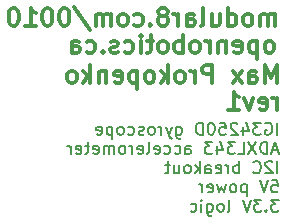
<source format=gbo>
G04 #@! TF.FileFunction,Legend,Bot*
%FSLAX46Y46*%
G04 Gerber Fmt 4.6, Leading zero omitted, Abs format (unit mm)*
G04 Created by KiCad (PCBNEW 4.0.0-rc1-stable) date 11/13/2015 10:57:34 PM*
%MOMM*%
G01*
G04 APERTURE LIST*
%ADD10C,0.100000*%
%ADD11C,0.300000*%
%ADD12C,0.203200*%
G04 APERTURE END LIST*
D10*
D11*
X151387713Y-88816571D02*
X151387713Y-87816571D01*
X151387713Y-88102286D02*
X151316285Y-87959429D01*
X151244856Y-87888000D01*
X151101999Y-87816571D01*
X150959142Y-87816571D01*
X149887714Y-88745143D02*
X150030571Y-88816571D01*
X150316285Y-88816571D01*
X150459142Y-88745143D01*
X150530571Y-88602286D01*
X150530571Y-88030857D01*
X150459142Y-87888000D01*
X150316285Y-87816571D01*
X150030571Y-87816571D01*
X149887714Y-87888000D01*
X149816285Y-88030857D01*
X149816285Y-88173714D01*
X150530571Y-88316571D01*
X149316285Y-87816571D02*
X148959142Y-88816571D01*
X148602000Y-87816571D01*
X147244857Y-88816571D02*
X148102000Y-88816571D01*
X147673428Y-88816571D02*
X147673428Y-87316571D01*
X147816285Y-87530857D01*
X147959143Y-87673714D01*
X148102000Y-87745143D01*
D12*
X151396095Y-90934419D02*
X151396095Y-89918419D01*
X150380095Y-89966800D02*
X150476857Y-89918419D01*
X150622000Y-89918419D01*
X150767142Y-89966800D01*
X150863904Y-90063562D01*
X150912285Y-90160324D01*
X150960666Y-90353848D01*
X150960666Y-90498990D01*
X150912285Y-90692514D01*
X150863904Y-90789276D01*
X150767142Y-90886038D01*
X150622000Y-90934419D01*
X150525238Y-90934419D01*
X150380095Y-90886038D01*
X150331714Y-90837657D01*
X150331714Y-90498990D01*
X150525238Y-90498990D01*
X149993047Y-89918419D02*
X149364095Y-89918419D01*
X149702761Y-90305467D01*
X149557619Y-90305467D01*
X149460857Y-90353848D01*
X149412476Y-90402229D01*
X149364095Y-90498990D01*
X149364095Y-90740895D01*
X149412476Y-90837657D01*
X149460857Y-90886038D01*
X149557619Y-90934419D01*
X149847904Y-90934419D01*
X149944666Y-90886038D01*
X149993047Y-90837657D01*
X148493238Y-90257086D02*
X148493238Y-90934419D01*
X148735142Y-89870038D02*
X148977047Y-90595752D01*
X148348095Y-90595752D01*
X148009428Y-90015181D02*
X147961047Y-89966800D01*
X147864285Y-89918419D01*
X147622381Y-89918419D01*
X147525619Y-89966800D01*
X147477238Y-90015181D01*
X147428857Y-90111943D01*
X147428857Y-90208705D01*
X147477238Y-90353848D01*
X148057809Y-90934419D01*
X147428857Y-90934419D01*
X146509619Y-89918419D02*
X146993428Y-89918419D01*
X147041809Y-90402229D01*
X146993428Y-90353848D01*
X146896666Y-90305467D01*
X146654762Y-90305467D01*
X146558000Y-90353848D01*
X146509619Y-90402229D01*
X146461238Y-90498990D01*
X146461238Y-90740895D01*
X146509619Y-90837657D01*
X146558000Y-90886038D01*
X146654762Y-90934419D01*
X146896666Y-90934419D01*
X146993428Y-90886038D01*
X147041809Y-90837657D01*
X145832285Y-89918419D02*
X145735524Y-89918419D01*
X145638762Y-89966800D01*
X145590381Y-90015181D01*
X145542000Y-90111943D01*
X145493619Y-90305467D01*
X145493619Y-90547371D01*
X145542000Y-90740895D01*
X145590381Y-90837657D01*
X145638762Y-90886038D01*
X145735524Y-90934419D01*
X145832285Y-90934419D01*
X145929047Y-90886038D01*
X145977428Y-90837657D01*
X146025809Y-90740895D01*
X146074190Y-90547371D01*
X146074190Y-90305467D01*
X146025809Y-90111943D01*
X145977428Y-90015181D01*
X145929047Y-89966800D01*
X145832285Y-89918419D01*
X145058190Y-90934419D02*
X145058190Y-89918419D01*
X144816285Y-89918419D01*
X144671143Y-89966800D01*
X144574381Y-90063562D01*
X144526000Y-90160324D01*
X144477619Y-90353848D01*
X144477619Y-90498990D01*
X144526000Y-90692514D01*
X144574381Y-90789276D01*
X144671143Y-90886038D01*
X144816285Y-90934419D01*
X145058190Y-90934419D01*
X142832667Y-90257086D02*
X142832667Y-91079562D01*
X142881048Y-91176324D01*
X142929429Y-91224705D01*
X143026190Y-91273086D01*
X143171333Y-91273086D01*
X143268095Y-91224705D01*
X142832667Y-90886038D02*
X142929429Y-90934419D01*
X143122952Y-90934419D01*
X143219714Y-90886038D01*
X143268095Y-90837657D01*
X143316476Y-90740895D01*
X143316476Y-90450610D01*
X143268095Y-90353848D01*
X143219714Y-90305467D01*
X143122952Y-90257086D01*
X142929429Y-90257086D01*
X142832667Y-90305467D01*
X142445619Y-90257086D02*
X142203714Y-90934419D01*
X141961810Y-90257086D02*
X142203714Y-90934419D01*
X142300476Y-91176324D01*
X142348857Y-91224705D01*
X142445619Y-91273086D01*
X141574762Y-90934419D02*
X141574762Y-90257086D01*
X141574762Y-90450610D02*
X141526381Y-90353848D01*
X141478000Y-90305467D01*
X141381238Y-90257086D01*
X141284477Y-90257086D01*
X140800667Y-90934419D02*
X140897429Y-90886038D01*
X140945810Y-90837657D01*
X140994191Y-90740895D01*
X140994191Y-90450610D01*
X140945810Y-90353848D01*
X140897429Y-90305467D01*
X140800667Y-90257086D01*
X140655525Y-90257086D01*
X140558763Y-90305467D01*
X140510382Y-90353848D01*
X140462001Y-90450610D01*
X140462001Y-90740895D01*
X140510382Y-90837657D01*
X140558763Y-90886038D01*
X140655525Y-90934419D01*
X140800667Y-90934419D01*
X140074953Y-90886038D02*
X139978191Y-90934419D01*
X139784667Y-90934419D01*
X139687906Y-90886038D01*
X139639525Y-90789276D01*
X139639525Y-90740895D01*
X139687906Y-90644133D01*
X139784667Y-90595752D01*
X139929810Y-90595752D01*
X140026572Y-90547371D01*
X140074953Y-90450610D01*
X140074953Y-90402229D01*
X140026572Y-90305467D01*
X139929810Y-90257086D01*
X139784667Y-90257086D01*
X139687906Y-90305467D01*
X138768668Y-90886038D02*
X138865430Y-90934419D01*
X139058953Y-90934419D01*
X139155715Y-90886038D01*
X139204096Y-90837657D01*
X139252477Y-90740895D01*
X139252477Y-90450610D01*
X139204096Y-90353848D01*
X139155715Y-90305467D01*
X139058953Y-90257086D01*
X138865430Y-90257086D01*
X138768668Y-90305467D01*
X138188096Y-90934419D02*
X138284858Y-90886038D01*
X138333239Y-90837657D01*
X138381620Y-90740895D01*
X138381620Y-90450610D01*
X138333239Y-90353848D01*
X138284858Y-90305467D01*
X138188096Y-90257086D01*
X138042954Y-90257086D01*
X137946192Y-90305467D01*
X137897811Y-90353848D01*
X137849430Y-90450610D01*
X137849430Y-90740895D01*
X137897811Y-90837657D01*
X137946192Y-90886038D01*
X138042954Y-90934419D01*
X138188096Y-90934419D01*
X137414001Y-90257086D02*
X137414001Y-91273086D01*
X137414001Y-90305467D02*
X137317239Y-90257086D01*
X137123716Y-90257086D01*
X137026954Y-90305467D01*
X136978573Y-90353848D01*
X136930192Y-90450610D01*
X136930192Y-90740895D01*
X136978573Y-90837657D01*
X137026954Y-90886038D01*
X137123716Y-90934419D01*
X137317239Y-90934419D01*
X137414001Y-90886038D01*
X136107716Y-90886038D02*
X136204478Y-90934419D01*
X136398001Y-90934419D01*
X136494763Y-90886038D01*
X136543144Y-90789276D01*
X136543144Y-90402229D01*
X136494763Y-90305467D01*
X136398001Y-90257086D01*
X136204478Y-90257086D01*
X136107716Y-90305467D01*
X136059335Y-90402229D01*
X136059335Y-90498990D01*
X136543144Y-90595752D01*
X151444476Y-92269733D02*
X150960667Y-92269733D01*
X151541238Y-92560019D02*
X151202571Y-91544019D01*
X150863905Y-92560019D01*
X150525238Y-92560019D02*
X150525238Y-91544019D01*
X150283333Y-91544019D01*
X150138191Y-91592400D01*
X150041429Y-91689162D01*
X149993048Y-91785924D01*
X149944667Y-91979448D01*
X149944667Y-92124590D01*
X149993048Y-92318114D01*
X150041429Y-92414876D01*
X150138191Y-92511638D01*
X150283333Y-92560019D01*
X150525238Y-92560019D01*
X149606000Y-91544019D02*
X148928667Y-92560019D01*
X148928667Y-91544019D02*
X149606000Y-92560019D01*
X148057810Y-92560019D02*
X148541619Y-92560019D01*
X148541619Y-91544019D01*
X147815905Y-91544019D02*
X147186953Y-91544019D01*
X147525619Y-91931067D01*
X147380477Y-91931067D01*
X147283715Y-91979448D01*
X147235334Y-92027829D01*
X147186953Y-92124590D01*
X147186953Y-92366495D01*
X147235334Y-92463257D01*
X147283715Y-92511638D01*
X147380477Y-92560019D01*
X147670762Y-92560019D01*
X147767524Y-92511638D01*
X147815905Y-92463257D01*
X146316096Y-91882686D02*
X146316096Y-92560019D01*
X146558000Y-91495638D02*
X146799905Y-92221352D01*
X146170953Y-92221352D01*
X145880667Y-91544019D02*
X145251715Y-91544019D01*
X145590381Y-91931067D01*
X145445239Y-91931067D01*
X145348477Y-91979448D01*
X145300096Y-92027829D01*
X145251715Y-92124590D01*
X145251715Y-92366495D01*
X145300096Y-92463257D01*
X145348477Y-92511638D01*
X145445239Y-92560019D01*
X145735524Y-92560019D01*
X145832286Y-92511638D01*
X145880667Y-92463257D01*
X143606763Y-92560019D02*
X143606763Y-92027829D01*
X143655144Y-91931067D01*
X143751906Y-91882686D01*
X143945429Y-91882686D01*
X144042191Y-91931067D01*
X143606763Y-92511638D02*
X143703525Y-92560019D01*
X143945429Y-92560019D01*
X144042191Y-92511638D01*
X144090572Y-92414876D01*
X144090572Y-92318114D01*
X144042191Y-92221352D01*
X143945429Y-92172971D01*
X143703525Y-92172971D01*
X143606763Y-92124590D01*
X142687525Y-92511638D02*
X142784287Y-92560019D01*
X142977810Y-92560019D01*
X143074572Y-92511638D01*
X143122953Y-92463257D01*
X143171334Y-92366495D01*
X143171334Y-92076210D01*
X143122953Y-91979448D01*
X143074572Y-91931067D01*
X142977810Y-91882686D01*
X142784287Y-91882686D01*
X142687525Y-91931067D01*
X141816668Y-92511638D02*
X141913430Y-92560019D01*
X142106953Y-92560019D01*
X142203715Y-92511638D01*
X142252096Y-92463257D01*
X142300477Y-92366495D01*
X142300477Y-92076210D01*
X142252096Y-91979448D01*
X142203715Y-91931067D01*
X142106953Y-91882686D01*
X141913430Y-91882686D01*
X141816668Y-91931067D01*
X140994192Y-92511638D02*
X141090954Y-92560019D01*
X141284477Y-92560019D01*
X141381239Y-92511638D01*
X141429620Y-92414876D01*
X141429620Y-92027829D01*
X141381239Y-91931067D01*
X141284477Y-91882686D01*
X141090954Y-91882686D01*
X140994192Y-91931067D01*
X140945811Y-92027829D01*
X140945811Y-92124590D01*
X141429620Y-92221352D01*
X140365239Y-92560019D02*
X140462001Y-92511638D01*
X140510382Y-92414876D01*
X140510382Y-91544019D01*
X139591145Y-92511638D02*
X139687907Y-92560019D01*
X139881430Y-92560019D01*
X139978192Y-92511638D01*
X140026573Y-92414876D01*
X140026573Y-92027829D01*
X139978192Y-91931067D01*
X139881430Y-91882686D01*
X139687907Y-91882686D01*
X139591145Y-91931067D01*
X139542764Y-92027829D01*
X139542764Y-92124590D01*
X140026573Y-92221352D01*
X139107335Y-92560019D02*
X139107335Y-91882686D01*
X139107335Y-92076210D02*
X139058954Y-91979448D01*
X139010573Y-91931067D01*
X138913811Y-91882686D01*
X138817050Y-91882686D01*
X138333240Y-92560019D02*
X138430002Y-92511638D01*
X138478383Y-92463257D01*
X138526764Y-92366495D01*
X138526764Y-92076210D01*
X138478383Y-91979448D01*
X138430002Y-91931067D01*
X138333240Y-91882686D01*
X138188098Y-91882686D01*
X138091336Y-91931067D01*
X138042955Y-91979448D01*
X137994574Y-92076210D01*
X137994574Y-92366495D01*
X138042955Y-92463257D01*
X138091336Y-92511638D01*
X138188098Y-92560019D01*
X138333240Y-92560019D01*
X137559145Y-92560019D02*
X137559145Y-91882686D01*
X137559145Y-91979448D02*
X137510764Y-91931067D01*
X137414002Y-91882686D01*
X137268860Y-91882686D01*
X137172098Y-91931067D01*
X137123717Y-92027829D01*
X137123717Y-92560019D01*
X137123717Y-92027829D02*
X137075336Y-91931067D01*
X136978574Y-91882686D01*
X136833431Y-91882686D01*
X136736669Y-91931067D01*
X136688288Y-92027829D01*
X136688288Y-92560019D01*
X135817431Y-92511638D02*
X135914193Y-92560019D01*
X136107716Y-92560019D01*
X136204478Y-92511638D01*
X136252859Y-92414876D01*
X136252859Y-92027829D01*
X136204478Y-91931067D01*
X136107716Y-91882686D01*
X135914193Y-91882686D01*
X135817431Y-91931067D01*
X135769050Y-92027829D01*
X135769050Y-92124590D01*
X136252859Y-92221352D01*
X135478764Y-91882686D02*
X135091716Y-91882686D01*
X135333621Y-91544019D02*
X135333621Y-92414876D01*
X135285240Y-92511638D01*
X135188478Y-92560019D01*
X135091716Y-92560019D01*
X134366003Y-92511638D02*
X134462765Y-92560019D01*
X134656288Y-92560019D01*
X134753050Y-92511638D01*
X134801431Y-92414876D01*
X134801431Y-92027829D01*
X134753050Y-91931067D01*
X134656288Y-91882686D01*
X134462765Y-91882686D01*
X134366003Y-91931067D01*
X134317622Y-92027829D01*
X134317622Y-92124590D01*
X134801431Y-92221352D01*
X133882193Y-92560019D02*
X133882193Y-91882686D01*
X133882193Y-92076210D02*
X133833812Y-91979448D01*
X133785431Y-91931067D01*
X133688669Y-91882686D01*
X133591908Y-91882686D01*
X151396095Y-94185619D02*
X151396095Y-93169619D01*
X150960666Y-93266381D02*
X150912285Y-93218000D01*
X150815523Y-93169619D01*
X150573619Y-93169619D01*
X150476857Y-93218000D01*
X150428476Y-93266381D01*
X150380095Y-93363143D01*
X150380095Y-93459905D01*
X150428476Y-93605048D01*
X151009047Y-94185619D01*
X150380095Y-94185619D01*
X149364095Y-94088857D02*
X149412476Y-94137238D01*
X149557619Y-94185619D01*
X149654381Y-94185619D01*
X149799523Y-94137238D01*
X149896285Y-94040476D01*
X149944666Y-93943714D01*
X149993047Y-93750190D01*
X149993047Y-93605048D01*
X149944666Y-93411524D01*
X149896285Y-93314762D01*
X149799523Y-93218000D01*
X149654381Y-93169619D01*
X149557619Y-93169619D01*
X149412476Y-93218000D01*
X149364095Y-93266381D01*
X148154571Y-94185619D02*
X148154571Y-93169619D01*
X148154571Y-93556667D02*
X148057809Y-93508286D01*
X147864286Y-93508286D01*
X147767524Y-93556667D01*
X147719143Y-93605048D01*
X147670762Y-93701810D01*
X147670762Y-93992095D01*
X147719143Y-94088857D01*
X147767524Y-94137238D01*
X147864286Y-94185619D01*
X148057809Y-94185619D01*
X148154571Y-94137238D01*
X147235333Y-94185619D02*
X147235333Y-93508286D01*
X147235333Y-93701810D02*
X147186952Y-93605048D01*
X147138571Y-93556667D01*
X147041809Y-93508286D01*
X146945048Y-93508286D01*
X146219334Y-94137238D02*
X146316096Y-94185619D01*
X146509619Y-94185619D01*
X146606381Y-94137238D01*
X146654762Y-94040476D01*
X146654762Y-93653429D01*
X146606381Y-93556667D01*
X146509619Y-93508286D01*
X146316096Y-93508286D01*
X146219334Y-93556667D01*
X146170953Y-93653429D01*
X146170953Y-93750190D01*
X146654762Y-93846952D01*
X145300096Y-94185619D02*
X145300096Y-93653429D01*
X145348477Y-93556667D01*
X145445239Y-93508286D01*
X145638762Y-93508286D01*
X145735524Y-93556667D01*
X145300096Y-94137238D02*
X145396858Y-94185619D01*
X145638762Y-94185619D01*
X145735524Y-94137238D01*
X145783905Y-94040476D01*
X145783905Y-93943714D01*
X145735524Y-93846952D01*
X145638762Y-93798571D01*
X145396858Y-93798571D01*
X145300096Y-93750190D01*
X144816286Y-94185619D02*
X144816286Y-93169619D01*
X144719524Y-93798571D02*
X144429239Y-94185619D01*
X144429239Y-93508286D02*
X144816286Y-93895333D01*
X143848667Y-94185619D02*
X143945429Y-94137238D01*
X143993810Y-94088857D01*
X144042191Y-93992095D01*
X144042191Y-93701810D01*
X143993810Y-93605048D01*
X143945429Y-93556667D01*
X143848667Y-93508286D01*
X143703525Y-93508286D01*
X143606763Y-93556667D01*
X143558382Y-93605048D01*
X143510001Y-93701810D01*
X143510001Y-93992095D01*
X143558382Y-94088857D01*
X143606763Y-94137238D01*
X143703525Y-94185619D01*
X143848667Y-94185619D01*
X142639144Y-93508286D02*
X142639144Y-94185619D01*
X143074572Y-93508286D02*
X143074572Y-94040476D01*
X143026191Y-94137238D01*
X142929429Y-94185619D01*
X142784287Y-94185619D01*
X142687525Y-94137238D01*
X142639144Y-94088857D01*
X142300477Y-93508286D02*
X141913429Y-93508286D01*
X142155334Y-93169619D02*
X142155334Y-94040476D01*
X142106953Y-94137238D01*
X142010191Y-94185619D01*
X141913429Y-94185619D01*
X150912286Y-94795219D02*
X151396095Y-94795219D01*
X151444476Y-95279029D01*
X151396095Y-95230648D01*
X151299333Y-95182267D01*
X151057429Y-95182267D01*
X150960667Y-95230648D01*
X150912286Y-95279029D01*
X150863905Y-95375790D01*
X150863905Y-95617695D01*
X150912286Y-95714457D01*
X150960667Y-95762838D01*
X151057429Y-95811219D01*
X151299333Y-95811219D01*
X151396095Y-95762838D01*
X151444476Y-95714457D01*
X150573619Y-94795219D02*
X150234952Y-95811219D01*
X149896286Y-94795219D01*
X148783524Y-95133886D02*
X148783524Y-96149886D01*
X148783524Y-95182267D02*
X148686762Y-95133886D01*
X148493239Y-95133886D01*
X148396477Y-95182267D01*
X148348096Y-95230648D01*
X148299715Y-95327410D01*
X148299715Y-95617695D01*
X148348096Y-95714457D01*
X148396477Y-95762838D01*
X148493239Y-95811219D01*
X148686762Y-95811219D01*
X148783524Y-95762838D01*
X147719143Y-95811219D02*
X147815905Y-95762838D01*
X147864286Y-95714457D01*
X147912667Y-95617695D01*
X147912667Y-95327410D01*
X147864286Y-95230648D01*
X147815905Y-95182267D01*
X147719143Y-95133886D01*
X147574001Y-95133886D01*
X147477239Y-95182267D01*
X147428858Y-95230648D01*
X147380477Y-95327410D01*
X147380477Y-95617695D01*
X147428858Y-95714457D01*
X147477239Y-95762838D01*
X147574001Y-95811219D01*
X147719143Y-95811219D01*
X147041810Y-95133886D02*
X146848286Y-95811219D01*
X146654763Y-95327410D01*
X146461239Y-95811219D01*
X146267715Y-95133886D01*
X145493620Y-95762838D02*
X145590382Y-95811219D01*
X145783905Y-95811219D01*
X145880667Y-95762838D01*
X145929048Y-95666076D01*
X145929048Y-95279029D01*
X145880667Y-95182267D01*
X145783905Y-95133886D01*
X145590382Y-95133886D01*
X145493620Y-95182267D01*
X145445239Y-95279029D01*
X145445239Y-95375790D01*
X145929048Y-95472552D01*
X145009810Y-95811219D02*
X145009810Y-95133886D01*
X145009810Y-95327410D02*
X144961429Y-95230648D01*
X144913048Y-95182267D01*
X144816286Y-95133886D01*
X144719525Y-95133886D01*
X151492857Y-96420819D02*
X150863905Y-96420819D01*
X151202571Y-96807867D01*
X151057429Y-96807867D01*
X150960667Y-96856248D01*
X150912286Y-96904629D01*
X150863905Y-97001390D01*
X150863905Y-97243295D01*
X150912286Y-97340057D01*
X150960667Y-97388438D01*
X151057429Y-97436819D01*
X151347714Y-97436819D01*
X151444476Y-97388438D01*
X151492857Y-97340057D01*
X150428476Y-97340057D02*
X150380095Y-97388438D01*
X150428476Y-97436819D01*
X150476857Y-97388438D01*
X150428476Y-97340057D01*
X150428476Y-97436819D01*
X150041428Y-96420819D02*
X149412476Y-96420819D01*
X149751142Y-96807867D01*
X149606000Y-96807867D01*
X149509238Y-96856248D01*
X149460857Y-96904629D01*
X149412476Y-97001390D01*
X149412476Y-97243295D01*
X149460857Y-97340057D01*
X149509238Y-97388438D01*
X149606000Y-97436819D01*
X149896285Y-97436819D01*
X149993047Y-97388438D01*
X150041428Y-97340057D01*
X149122190Y-96420819D02*
X148783523Y-97436819D01*
X148444857Y-96420819D01*
X147186952Y-97436819D02*
X147283714Y-97388438D01*
X147332095Y-97291676D01*
X147332095Y-96420819D01*
X146654762Y-97436819D02*
X146751524Y-97388438D01*
X146799905Y-97340057D01*
X146848286Y-97243295D01*
X146848286Y-96953010D01*
X146799905Y-96856248D01*
X146751524Y-96807867D01*
X146654762Y-96759486D01*
X146509620Y-96759486D01*
X146412858Y-96807867D01*
X146364477Y-96856248D01*
X146316096Y-96953010D01*
X146316096Y-97243295D01*
X146364477Y-97340057D01*
X146412858Y-97388438D01*
X146509620Y-97436819D01*
X146654762Y-97436819D01*
X145445239Y-96759486D02*
X145445239Y-97581962D01*
X145493620Y-97678724D01*
X145542001Y-97727105D01*
X145638762Y-97775486D01*
X145783905Y-97775486D01*
X145880667Y-97727105D01*
X145445239Y-97388438D02*
X145542001Y-97436819D01*
X145735524Y-97436819D01*
X145832286Y-97388438D01*
X145880667Y-97340057D01*
X145929048Y-97243295D01*
X145929048Y-96953010D01*
X145880667Y-96856248D01*
X145832286Y-96807867D01*
X145735524Y-96759486D01*
X145542001Y-96759486D01*
X145445239Y-96807867D01*
X144961429Y-97436819D02*
X144961429Y-96759486D01*
X144961429Y-96420819D02*
X145009810Y-96469200D01*
X144961429Y-96517581D01*
X144913048Y-96469200D01*
X144961429Y-96420819D01*
X144961429Y-96517581D01*
X144042191Y-97388438D02*
X144138953Y-97436819D01*
X144332476Y-97436819D01*
X144429238Y-97388438D01*
X144477619Y-97340057D01*
X144526000Y-97243295D01*
X144526000Y-96953010D01*
X144477619Y-96856248D01*
X144429238Y-96807867D01*
X144332476Y-96759486D01*
X144138953Y-96759486D01*
X144042191Y-96807867D01*
D11*
X150815428Y-83990571D02*
X150958286Y-83919143D01*
X151029714Y-83847714D01*
X151101143Y-83704857D01*
X151101143Y-83276286D01*
X151029714Y-83133429D01*
X150958286Y-83062000D01*
X150815428Y-82990571D01*
X150601143Y-82990571D01*
X150458286Y-83062000D01*
X150386857Y-83133429D01*
X150315428Y-83276286D01*
X150315428Y-83704857D01*
X150386857Y-83847714D01*
X150458286Y-83919143D01*
X150601143Y-83990571D01*
X150815428Y-83990571D01*
X149672571Y-82990571D02*
X149672571Y-84490571D01*
X149672571Y-83062000D02*
X149529714Y-82990571D01*
X149244000Y-82990571D01*
X149101143Y-83062000D01*
X149029714Y-83133429D01*
X148958285Y-83276286D01*
X148958285Y-83704857D01*
X149029714Y-83847714D01*
X149101143Y-83919143D01*
X149244000Y-83990571D01*
X149529714Y-83990571D01*
X149672571Y-83919143D01*
X147744000Y-83919143D02*
X147886857Y-83990571D01*
X148172571Y-83990571D01*
X148315428Y-83919143D01*
X148386857Y-83776286D01*
X148386857Y-83204857D01*
X148315428Y-83062000D01*
X148172571Y-82990571D01*
X147886857Y-82990571D01*
X147744000Y-83062000D01*
X147672571Y-83204857D01*
X147672571Y-83347714D01*
X148386857Y-83490571D01*
X147029714Y-82990571D02*
X147029714Y-83990571D01*
X147029714Y-83133429D02*
X146958286Y-83062000D01*
X146815428Y-82990571D01*
X146601143Y-82990571D01*
X146458286Y-83062000D01*
X146386857Y-83204857D01*
X146386857Y-83990571D01*
X145672571Y-83990571D02*
X145672571Y-82990571D01*
X145672571Y-83276286D02*
X145601143Y-83133429D01*
X145529714Y-83062000D01*
X145386857Y-82990571D01*
X145244000Y-82990571D01*
X144529714Y-83990571D02*
X144672572Y-83919143D01*
X144744000Y-83847714D01*
X144815429Y-83704857D01*
X144815429Y-83276286D01*
X144744000Y-83133429D01*
X144672572Y-83062000D01*
X144529714Y-82990571D01*
X144315429Y-82990571D01*
X144172572Y-83062000D01*
X144101143Y-83133429D01*
X144029714Y-83276286D01*
X144029714Y-83704857D01*
X144101143Y-83847714D01*
X144172572Y-83919143D01*
X144315429Y-83990571D01*
X144529714Y-83990571D01*
X143386857Y-83990571D02*
X143386857Y-82490571D01*
X143386857Y-83062000D02*
X143244000Y-82990571D01*
X142958286Y-82990571D01*
X142815429Y-83062000D01*
X142744000Y-83133429D01*
X142672571Y-83276286D01*
X142672571Y-83704857D01*
X142744000Y-83847714D01*
X142815429Y-83919143D01*
X142958286Y-83990571D01*
X143244000Y-83990571D01*
X143386857Y-83919143D01*
X141815428Y-83990571D02*
X141958286Y-83919143D01*
X142029714Y-83847714D01*
X142101143Y-83704857D01*
X142101143Y-83276286D01*
X142029714Y-83133429D01*
X141958286Y-83062000D01*
X141815428Y-82990571D01*
X141601143Y-82990571D01*
X141458286Y-83062000D01*
X141386857Y-83133429D01*
X141315428Y-83276286D01*
X141315428Y-83704857D01*
X141386857Y-83847714D01*
X141458286Y-83919143D01*
X141601143Y-83990571D01*
X141815428Y-83990571D01*
X140886857Y-82990571D02*
X140315428Y-82990571D01*
X140672571Y-82490571D02*
X140672571Y-83776286D01*
X140601143Y-83919143D01*
X140458285Y-83990571D01*
X140315428Y-83990571D01*
X139815428Y-83990571D02*
X139815428Y-82990571D01*
X139815428Y-82490571D02*
X139886857Y-82562000D01*
X139815428Y-82633429D01*
X139744000Y-82562000D01*
X139815428Y-82490571D01*
X139815428Y-82633429D01*
X138458285Y-83919143D02*
X138601142Y-83990571D01*
X138886856Y-83990571D01*
X139029714Y-83919143D01*
X139101142Y-83847714D01*
X139172571Y-83704857D01*
X139172571Y-83276286D01*
X139101142Y-83133429D01*
X139029714Y-83062000D01*
X138886856Y-82990571D01*
X138601142Y-82990571D01*
X138458285Y-83062000D01*
X137886857Y-83919143D02*
X137744000Y-83990571D01*
X137458285Y-83990571D01*
X137315428Y-83919143D01*
X137244000Y-83776286D01*
X137244000Y-83704857D01*
X137315428Y-83562000D01*
X137458285Y-83490571D01*
X137672571Y-83490571D01*
X137815428Y-83419143D01*
X137886857Y-83276286D01*
X137886857Y-83204857D01*
X137815428Y-83062000D01*
X137672571Y-82990571D01*
X137458285Y-82990571D01*
X137315428Y-83062000D01*
X136601142Y-83847714D02*
X136529714Y-83919143D01*
X136601142Y-83990571D01*
X136672571Y-83919143D01*
X136601142Y-83847714D01*
X136601142Y-83990571D01*
X135243999Y-83919143D02*
X135386856Y-83990571D01*
X135672570Y-83990571D01*
X135815428Y-83919143D01*
X135886856Y-83847714D01*
X135958285Y-83704857D01*
X135958285Y-83276286D01*
X135886856Y-83133429D01*
X135815428Y-83062000D01*
X135672570Y-82990571D01*
X135386856Y-82990571D01*
X135243999Y-83062000D01*
X133958285Y-83990571D02*
X133958285Y-83204857D01*
X134029714Y-83062000D01*
X134172571Y-82990571D01*
X134458285Y-82990571D01*
X134601142Y-83062000D01*
X133958285Y-83919143D02*
X134101142Y-83990571D01*
X134458285Y-83990571D01*
X134601142Y-83919143D01*
X134672571Y-83776286D01*
X134672571Y-83633429D01*
X134601142Y-83490571D01*
X134458285Y-83419143D01*
X134101142Y-83419143D01*
X133958285Y-83347714D01*
X151315429Y-86530571D02*
X151315429Y-85030571D01*
X150815429Y-86102000D01*
X150315429Y-85030571D01*
X150315429Y-86530571D01*
X148958286Y-86530571D02*
X148958286Y-85744857D01*
X149029715Y-85602000D01*
X149172572Y-85530571D01*
X149458286Y-85530571D01*
X149601143Y-85602000D01*
X148958286Y-86459143D02*
X149101143Y-86530571D01*
X149458286Y-86530571D01*
X149601143Y-86459143D01*
X149672572Y-86316286D01*
X149672572Y-86173429D01*
X149601143Y-86030571D01*
X149458286Y-85959143D01*
X149101143Y-85959143D01*
X148958286Y-85887714D01*
X148386857Y-86530571D02*
X147601143Y-85530571D01*
X148386857Y-85530571D02*
X147601143Y-86530571D01*
X145886857Y-86530571D02*
X145886857Y-85030571D01*
X145315429Y-85030571D01*
X145172571Y-85102000D01*
X145101143Y-85173429D01*
X145029714Y-85316286D01*
X145029714Y-85530571D01*
X145101143Y-85673429D01*
X145172571Y-85744857D01*
X145315429Y-85816286D01*
X145886857Y-85816286D01*
X144386857Y-86530571D02*
X144386857Y-85530571D01*
X144386857Y-85816286D02*
X144315429Y-85673429D01*
X144244000Y-85602000D01*
X144101143Y-85530571D01*
X143958286Y-85530571D01*
X143244000Y-86530571D02*
X143386858Y-86459143D01*
X143458286Y-86387714D01*
X143529715Y-86244857D01*
X143529715Y-85816286D01*
X143458286Y-85673429D01*
X143386858Y-85602000D01*
X143244000Y-85530571D01*
X143029715Y-85530571D01*
X142886858Y-85602000D01*
X142815429Y-85673429D01*
X142744000Y-85816286D01*
X142744000Y-86244857D01*
X142815429Y-86387714D01*
X142886858Y-86459143D01*
X143029715Y-86530571D01*
X143244000Y-86530571D01*
X142101143Y-86530571D02*
X142101143Y-85030571D01*
X141958286Y-85959143D02*
X141529715Y-86530571D01*
X141529715Y-85530571D02*
X142101143Y-86102000D01*
X140672571Y-86530571D02*
X140815429Y-86459143D01*
X140886857Y-86387714D01*
X140958286Y-86244857D01*
X140958286Y-85816286D01*
X140886857Y-85673429D01*
X140815429Y-85602000D01*
X140672571Y-85530571D01*
X140458286Y-85530571D01*
X140315429Y-85602000D01*
X140244000Y-85673429D01*
X140172571Y-85816286D01*
X140172571Y-86244857D01*
X140244000Y-86387714D01*
X140315429Y-86459143D01*
X140458286Y-86530571D01*
X140672571Y-86530571D01*
X139529714Y-85530571D02*
X139529714Y-87030571D01*
X139529714Y-85602000D02*
X139386857Y-85530571D01*
X139101143Y-85530571D01*
X138958286Y-85602000D01*
X138886857Y-85673429D01*
X138815428Y-85816286D01*
X138815428Y-86244857D01*
X138886857Y-86387714D01*
X138958286Y-86459143D01*
X139101143Y-86530571D01*
X139386857Y-86530571D01*
X139529714Y-86459143D01*
X137601143Y-86459143D02*
X137744000Y-86530571D01*
X138029714Y-86530571D01*
X138172571Y-86459143D01*
X138244000Y-86316286D01*
X138244000Y-85744857D01*
X138172571Y-85602000D01*
X138029714Y-85530571D01*
X137744000Y-85530571D01*
X137601143Y-85602000D01*
X137529714Y-85744857D01*
X137529714Y-85887714D01*
X138244000Y-86030571D01*
X136886857Y-85530571D02*
X136886857Y-86530571D01*
X136886857Y-85673429D02*
X136815429Y-85602000D01*
X136672571Y-85530571D01*
X136458286Y-85530571D01*
X136315429Y-85602000D01*
X136244000Y-85744857D01*
X136244000Y-86530571D01*
X135529714Y-86530571D02*
X135529714Y-85030571D01*
X135386857Y-85959143D02*
X134958286Y-86530571D01*
X134958286Y-85530571D02*
X135529714Y-86102000D01*
X134101142Y-86530571D02*
X134244000Y-86459143D01*
X134315428Y-86387714D01*
X134386857Y-86244857D01*
X134386857Y-85816286D01*
X134315428Y-85673429D01*
X134244000Y-85602000D01*
X134101142Y-85530571D01*
X133886857Y-85530571D01*
X133744000Y-85602000D01*
X133672571Y-85673429D01*
X133601142Y-85816286D01*
X133601142Y-86244857D01*
X133672571Y-86387714D01*
X133744000Y-86459143D01*
X133886857Y-86530571D01*
X134101142Y-86530571D01*
X151203999Y-81704571D02*
X151203999Y-80704571D01*
X151203999Y-80847429D02*
X151132571Y-80776000D01*
X150989713Y-80704571D01*
X150775428Y-80704571D01*
X150632571Y-80776000D01*
X150561142Y-80918857D01*
X150561142Y-81704571D01*
X150561142Y-80918857D02*
X150489713Y-80776000D01*
X150346856Y-80704571D01*
X150132571Y-80704571D01*
X149989713Y-80776000D01*
X149918285Y-80918857D01*
X149918285Y-81704571D01*
X148989713Y-81704571D02*
X149132571Y-81633143D01*
X149203999Y-81561714D01*
X149275428Y-81418857D01*
X149275428Y-80990286D01*
X149203999Y-80847429D01*
X149132571Y-80776000D01*
X148989713Y-80704571D01*
X148775428Y-80704571D01*
X148632571Y-80776000D01*
X148561142Y-80847429D01*
X148489713Y-80990286D01*
X148489713Y-81418857D01*
X148561142Y-81561714D01*
X148632571Y-81633143D01*
X148775428Y-81704571D01*
X148989713Y-81704571D01*
X147203999Y-81704571D02*
X147203999Y-80204571D01*
X147203999Y-81633143D02*
X147346856Y-81704571D01*
X147632570Y-81704571D01*
X147775428Y-81633143D01*
X147846856Y-81561714D01*
X147918285Y-81418857D01*
X147918285Y-80990286D01*
X147846856Y-80847429D01*
X147775428Y-80776000D01*
X147632570Y-80704571D01*
X147346856Y-80704571D01*
X147203999Y-80776000D01*
X145846856Y-80704571D02*
X145846856Y-81704571D01*
X146489713Y-80704571D02*
X146489713Y-81490286D01*
X146418285Y-81633143D01*
X146275427Y-81704571D01*
X146061142Y-81704571D01*
X145918285Y-81633143D01*
X145846856Y-81561714D01*
X144918284Y-81704571D02*
X145061142Y-81633143D01*
X145132570Y-81490286D01*
X145132570Y-80204571D01*
X143703999Y-81704571D02*
X143703999Y-80918857D01*
X143775428Y-80776000D01*
X143918285Y-80704571D01*
X144203999Y-80704571D01*
X144346856Y-80776000D01*
X143703999Y-81633143D02*
X143846856Y-81704571D01*
X144203999Y-81704571D01*
X144346856Y-81633143D01*
X144418285Y-81490286D01*
X144418285Y-81347429D01*
X144346856Y-81204571D01*
X144203999Y-81133143D01*
X143846856Y-81133143D01*
X143703999Y-81061714D01*
X142989713Y-81704571D02*
X142989713Y-80704571D01*
X142989713Y-80990286D02*
X142918285Y-80847429D01*
X142846856Y-80776000D01*
X142703999Y-80704571D01*
X142561142Y-80704571D01*
X141846856Y-80847429D02*
X141989714Y-80776000D01*
X142061142Y-80704571D01*
X142132571Y-80561714D01*
X142132571Y-80490286D01*
X142061142Y-80347429D01*
X141989714Y-80276000D01*
X141846856Y-80204571D01*
X141561142Y-80204571D01*
X141418285Y-80276000D01*
X141346856Y-80347429D01*
X141275428Y-80490286D01*
X141275428Y-80561714D01*
X141346856Y-80704571D01*
X141418285Y-80776000D01*
X141561142Y-80847429D01*
X141846856Y-80847429D01*
X141989714Y-80918857D01*
X142061142Y-80990286D01*
X142132571Y-81133143D01*
X142132571Y-81418857D01*
X142061142Y-81561714D01*
X141989714Y-81633143D01*
X141846856Y-81704571D01*
X141561142Y-81704571D01*
X141418285Y-81633143D01*
X141346856Y-81561714D01*
X141275428Y-81418857D01*
X141275428Y-81133143D01*
X141346856Y-80990286D01*
X141418285Y-80918857D01*
X141561142Y-80847429D01*
X140632571Y-81561714D02*
X140561143Y-81633143D01*
X140632571Y-81704571D01*
X140704000Y-81633143D01*
X140632571Y-81561714D01*
X140632571Y-81704571D01*
X139275428Y-81633143D02*
X139418285Y-81704571D01*
X139703999Y-81704571D01*
X139846857Y-81633143D01*
X139918285Y-81561714D01*
X139989714Y-81418857D01*
X139989714Y-80990286D01*
X139918285Y-80847429D01*
X139846857Y-80776000D01*
X139703999Y-80704571D01*
X139418285Y-80704571D01*
X139275428Y-80776000D01*
X138418285Y-81704571D02*
X138561143Y-81633143D01*
X138632571Y-81561714D01*
X138704000Y-81418857D01*
X138704000Y-80990286D01*
X138632571Y-80847429D01*
X138561143Y-80776000D01*
X138418285Y-80704571D01*
X138204000Y-80704571D01*
X138061143Y-80776000D01*
X137989714Y-80847429D01*
X137918285Y-80990286D01*
X137918285Y-81418857D01*
X137989714Y-81561714D01*
X138061143Y-81633143D01*
X138204000Y-81704571D01*
X138418285Y-81704571D01*
X137275428Y-81704571D02*
X137275428Y-80704571D01*
X137275428Y-80847429D02*
X137204000Y-80776000D01*
X137061142Y-80704571D01*
X136846857Y-80704571D01*
X136704000Y-80776000D01*
X136632571Y-80918857D01*
X136632571Y-81704571D01*
X136632571Y-80918857D02*
X136561142Y-80776000D01*
X136418285Y-80704571D01*
X136204000Y-80704571D01*
X136061142Y-80776000D01*
X135989714Y-80918857D01*
X135989714Y-81704571D01*
X134204000Y-80133143D02*
X135489714Y-82061714D01*
X133418285Y-80204571D02*
X133275428Y-80204571D01*
X133132571Y-80276000D01*
X133061142Y-80347429D01*
X132989713Y-80490286D01*
X132918285Y-80776000D01*
X132918285Y-81133143D01*
X132989713Y-81418857D01*
X133061142Y-81561714D01*
X133132571Y-81633143D01*
X133275428Y-81704571D01*
X133418285Y-81704571D01*
X133561142Y-81633143D01*
X133632571Y-81561714D01*
X133703999Y-81418857D01*
X133775428Y-81133143D01*
X133775428Y-80776000D01*
X133703999Y-80490286D01*
X133632571Y-80347429D01*
X133561142Y-80276000D01*
X133418285Y-80204571D01*
X131989714Y-80204571D02*
X131846857Y-80204571D01*
X131704000Y-80276000D01*
X131632571Y-80347429D01*
X131561142Y-80490286D01*
X131489714Y-80776000D01*
X131489714Y-81133143D01*
X131561142Y-81418857D01*
X131632571Y-81561714D01*
X131704000Y-81633143D01*
X131846857Y-81704571D01*
X131989714Y-81704571D01*
X132132571Y-81633143D01*
X132204000Y-81561714D01*
X132275428Y-81418857D01*
X132346857Y-81133143D01*
X132346857Y-80776000D01*
X132275428Y-80490286D01*
X132204000Y-80347429D01*
X132132571Y-80276000D01*
X131989714Y-80204571D01*
X130061143Y-81704571D02*
X130918286Y-81704571D01*
X130489714Y-81704571D02*
X130489714Y-80204571D01*
X130632571Y-80418857D01*
X130775429Y-80561714D01*
X130918286Y-80633143D01*
X129132572Y-80204571D02*
X128989715Y-80204571D01*
X128846858Y-80276000D01*
X128775429Y-80347429D01*
X128704000Y-80490286D01*
X128632572Y-80776000D01*
X128632572Y-81133143D01*
X128704000Y-81418857D01*
X128775429Y-81561714D01*
X128846858Y-81633143D01*
X128989715Y-81704571D01*
X129132572Y-81704571D01*
X129275429Y-81633143D01*
X129346858Y-81561714D01*
X129418286Y-81418857D01*
X129489715Y-81133143D01*
X129489715Y-80776000D01*
X129418286Y-80490286D01*
X129346858Y-80347429D01*
X129275429Y-80276000D01*
X129132572Y-80204571D01*
M02*

</source>
